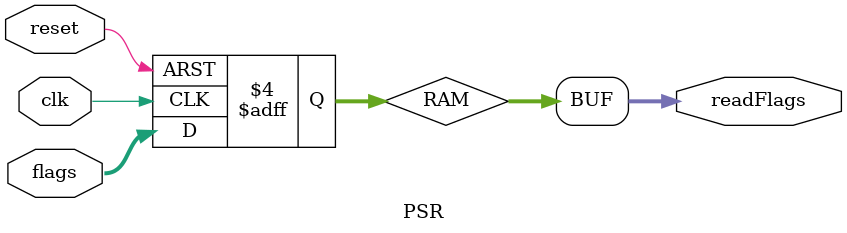
<source format=v>
/*************************************************************/

module PSR #(parameter WIDTH = 16) (
       input                clk, reset,
       input  [WIDTH-1:0]   flags, 
       output [WIDTH-1:0]   readFlags
);

       reg  [WIDTH-1:0] RAM; //Register file is 16 bits wide and 1 register deep
	
       initial begin
          RAM <= 16'd0; //Clear the register
       end

      always @(negedge reset, posedge clk) begin
         if(~reset) begin
            RAM <= 16'd0; //Clear the register
         end
			else RAM[WIDTH-1:0] <= flags; //Fill the register with input flags
      end
      
       assign readFlags = RAM[WIDTH-1:0]; // assign the output
	
endmodule

</source>
